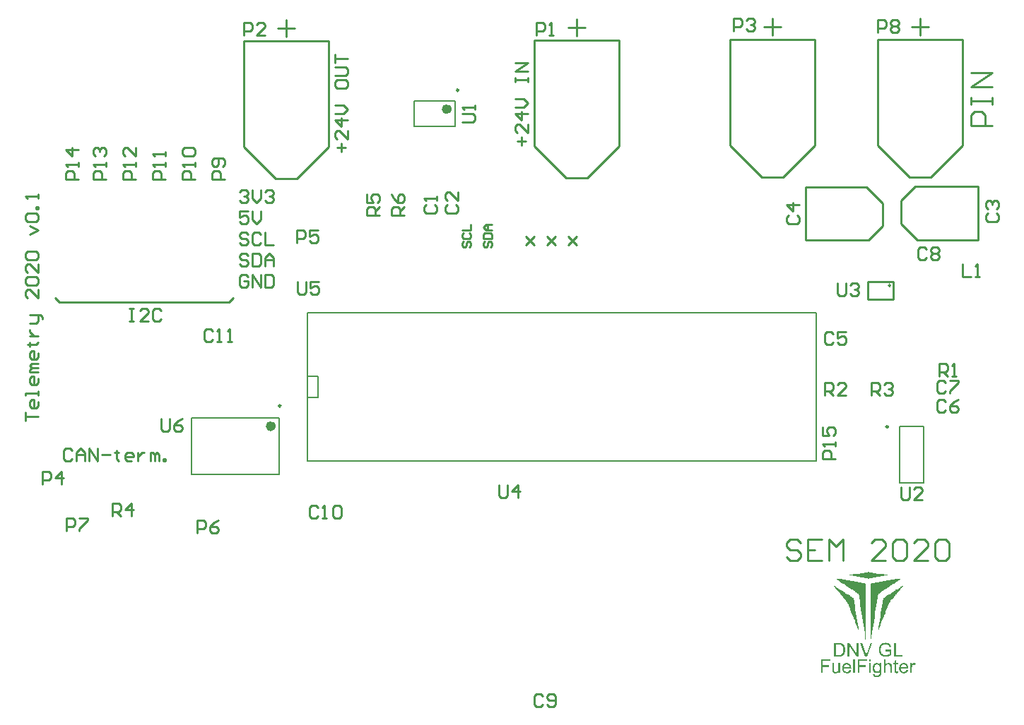
<source format=gbr>
%TF.GenerationSoftware,Altium Limited,Altium Designer,19.1.8 (144)*%
G04 Layer_Color=65535*
%FSLAX26Y26*%
%MOIN*%
%TF.FileFunction,Legend,Top*%
%TF.Part,Single*%
G01*
G75*
%TA.AperFunction,NonConductor*%
%ADD34C,0.010000*%
%ADD42C,0.009842*%
%ADD43C,0.023622*%
%ADD44C,0.007874*%
G36*
X4059082Y693986D02*
X4076618D01*
Y691063D01*
X4094155D01*
Y688140D01*
X4111691D01*
Y685218D01*
X4129227D01*
Y682295D01*
X4146763D01*
Y679372D01*
X4129227D01*
Y676449D01*
X4111691D01*
Y673527D01*
X4094155D01*
Y670604D01*
X4076618D01*
Y667681D01*
X4059082D01*
Y664759D01*
X4053237D01*
Y667681D01*
X4035700D01*
Y670604D01*
X4018164D01*
Y673527D01*
X4000628D01*
Y676449D01*
X3983091D01*
Y679372D01*
X3965555D01*
Y682295D01*
X3983091D01*
Y685218D01*
X4000628D01*
Y688140D01*
X4018164D01*
Y691063D01*
X4035700D01*
Y693986D01*
X4053237D01*
Y696909D01*
X4059082D01*
Y693986D01*
D02*
G37*
G36*
X4219831Y626763D02*
X4216908D01*
Y623841D01*
X4213986D01*
Y620918D01*
X4211063D01*
Y617995D01*
X4208140D01*
Y615072D01*
X4205218D01*
Y612150D01*
Y609227D01*
X4202295D01*
Y606304D01*
X4199372D01*
Y603382D01*
X4196449D01*
Y600459D01*
X4193527D01*
Y597536D01*
X4190604D01*
Y594614D01*
Y591691D01*
X4187681D01*
Y588768D01*
X4184759D01*
Y585845D01*
X4181836D01*
Y582923D01*
X4178913D01*
Y580000D01*
X4175990D01*
Y577077D01*
Y574154D01*
X4173068D01*
Y571232D01*
X4170145D01*
Y568309D01*
X4167222D01*
Y565386D01*
X4164300D01*
Y562464D01*
X4161377D01*
Y559541D01*
Y556618D01*
X4158454D01*
Y553696D01*
X4155532D01*
Y550773D01*
X4152609D01*
Y547850D01*
Y544927D01*
Y542005D01*
X4149686D01*
Y539082D01*
Y536159D01*
X4146763D01*
Y533236D01*
Y530314D01*
Y527391D01*
X4143841D01*
Y524468D01*
Y521546D01*
X4140918D01*
Y518623D01*
Y515700D01*
Y512778D01*
X4137995D01*
Y509855D01*
Y506932D01*
X4135073D01*
Y504009D01*
Y501087D01*
Y498164D01*
X4132150D01*
Y495241D01*
Y492318D01*
X4129227D01*
Y489396D01*
Y486473D01*
Y483550D01*
X4126304D01*
Y480628D01*
Y477705D01*
X4123382D01*
Y474782D01*
Y471860D01*
Y468937D01*
X4120459D01*
Y466014D01*
Y463091D01*
X4117536D01*
Y460169D01*
Y457246D01*
Y454323D01*
X4114614D01*
Y451401D01*
Y448478D01*
X4111691D01*
Y445555D01*
Y442632D01*
Y439710D01*
X4108768D01*
Y436787D01*
Y433864D01*
X4105845D01*
Y430942D01*
Y428019D01*
Y425096D01*
X4102923D01*
Y428019D01*
Y430942D01*
Y433864D01*
Y436787D01*
Y439710D01*
Y442632D01*
X4105845D01*
Y445555D01*
Y448478D01*
Y451401D01*
Y454323D01*
Y457246D01*
Y460169D01*
X4108768D01*
Y463091D01*
Y466014D01*
Y468937D01*
Y471860D01*
Y474782D01*
Y477705D01*
X4111691D01*
Y480628D01*
Y483550D01*
Y486473D01*
Y489396D01*
Y492318D01*
X4114614D01*
Y495241D01*
Y498164D01*
Y501087D01*
Y504009D01*
Y506932D01*
Y509855D01*
X4117536D01*
Y512778D01*
Y515700D01*
Y518623D01*
Y521546D01*
Y524468D01*
Y527391D01*
X4120459D01*
Y530314D01*
Y533236D01*
Y536159D01*
Y539082D01*
Y542005D01*
Y544927D01*
X4123382D01*
Y547850D01*
Y550773D01*
Y553696D01*
Y556618D01*
Y559541D01*
Y562464D01*
X4126304D01*
Y565386D01*
Y568309D01*
Y571232D01*
Y574154D01*
X4132150D01*
Y577077D01*
X4135073D01*
Y580000D01*
X4140918D01*
Y582923D01*
X4143841D01*
Y585845D01*
X4149686D01*
Y588768D01*
X4152609D01*
Y591691D01*
X4158454D01*
Y594614D01*
X4164300D01*
Y597536D01*
X4167222D01*
Y600459D01*
X4173068D01*
Y603382D01*
X4175990D01*
Y606304D01*
X4181836D01*
Y609227D01*
X4184759D01*
Y612150D01*
X4190604D01*
Y615072D01*
X4196449D01*
Y617995D01*
X4199372D01*
Y620918D01*
X4205218D01*
Y623841D01*
X4208140D01*
Y626763D01*
X4213986D01*
Y629686D01*
X4219831D01*
Y626763D01*
D02*
G37*
G36*
X3898333D02*
X3904178D01*
Y623841D01*
X3907101D01*
Y620918D01*
X3912946D01*
Y617995D01*
X3915869D01*
Y615072D01*
X3921714D01*
Y612150D01*
X3924637D01*
Y609227D01*
X3930483D01*
Y606304D01*
X3936328D01*
Y603382D01*
X3939251D01*
Y600459D01*
X3945096D01*
Y597536D01*
X3948019D01*
Y594614D01*
X3953864D01*
Y591691D01*
X3956787D01*
Y588768D01*
X3962632D01*
Y585845D01*
X3968478D01*
Y582923D01*
X3971401D01*
Y580000D01*
X3977246D01*
Y577077D01*
X3980169D01*
Y574154D01*
X3986014D01*
Y571232D01*
Y568309D01*
Y565386D01*
Y562464D01*
X3988937D01*
Y559541D01*
Y556618D01*
Y553696D01*
Y550773D01*
Y547850D01*
Y544927D01*
X3991860D01*
Y542005D01*
Y539082D01*
Y536159D01*
Y533236D01*
Y530314D01*
Y527391D01*
X3994782D01*
Y524468D01*
Y521546D01*
Y518623D01*
Y515700D01*
Y512778D01*
Y509855D01*
X3997705D01*
Y506932D01*
Y504009D01*
Y501087D01*
Y498164D01*
Y495241D01*
Y492318D01*
X4000628D01*
Y489396D01*
Y486473D01*
Y483550D01*
Y480628D01*
Y477705D01*
Y474782D01*
X4003550D01*
Y471860D01*
Y468937D01*
Y466014D01*
Y463091D01*
Y460169D01*
Y457246D01*
X4006473D01*
Y454323D01*
Y451401D01*
Y448478D01*
Y445555D01*
Y442632D01*
Y439710D01*
X4009396D01*
Y436787D01*
Y433864D01*
Y430942D01*
Y428019D01*
Y425096D01*
X4006473D01*
Y428019D01*
Y430942D01*
X4003550D01*
Y433864D01*
Y436787D01*
Y439710D01*
X4000628D01*
Y442632D01*
Y445555D01*
X3997705D01*
Y448478D01*
Y451401D01*
Y454323D01*
X3994782D01*
Y457246D01*
Y460169D01*
X3991860D01*
Y463091D01*
Y466014D01*
Y468937D01*
X3988937D01*
Y471860D01*
Y474782D01*
X3986014D01*
Y477705D01*
Y480628D01*
Y483550D01*
X3983091D01*
Y486473D01*
Y489396D01*
X3980169D01*
Y492318D01*
Y495241D01*
Y498164D01*
X3977246D01*
Y501087D01*
Y504009D01*
X3974323D01*
Y506932D01*
Y509855D01*
Y512778D01*
X3971401D01*
Y515700D01*
Y518623D01*
X3968478D01*
Y521546D01*
Y524468D01*
Y527391D01*
X3965555D01*
Y530314D01*
Y533236D01*
X3962632D01*
Y536159D01*
Y539082D01*
Y542005D01*
X3959710D01*
Y544927D01*
Y547850D01*
X3956787D01*
Y550773D01*
Y553696D01*
X3953864D01*
Y556618D01*
X3950941D01*
Y559541D01*
Y562464D01*
X3948019D01*
Y565386D01*
X3945096D01*
Y568309D01*
X3942173D01*
Y571232D01*
X3939251D01*
Y574154D01*
X3936328D01*
Y577077D01*
Y580000D01*
X3933405D01*
Y582923D01*
X3930483D01*
Y585845D01*
X3927560D01*
Y588768D01*
X3924637D01*
Y591691D01*
X3921714D01*
Y594614D01*
Y597536D01*
X3918792D01*
Y600459D01*
X3915869D01*
Y603382D01*
X3912946D01*
Y606304D01*
X3910023D01*
Y609227D01*
X3907101D01*
Y612150D01*
Y615072D01*
X3904178D01*
Y617995D01*
X3901255D01*
Y620918D01*
X3898333D01*
Y623841D01*
X3895410D01*
Y626763D01*
X3892487D01*
Y629686D01*
X3898333D01*
Y626763D01*
D02*
G37*
G36*
X4211063Y661836D02*
X4205218D01*
Y658913D01*
X4202295D01*
Y655990D01*
X4196449D01*
Y653068D01*
X4193527D01*
Y650145D01*
X4187681D01*
Y647222D01*
X4184759D01*
Y644300D01*
X4178913D01*
Y641377D01*
X4175990D01*
Y638454D01*
X4170145D01*
Y635532D01*
X4167222D01*
Y632609D01*
X4161377D01*
Y629686D01*
X4155532D01*
Y626763D01*
X4152609D01*
Y623841D01*
X4146763D01*
Y620918D01*
X4143841D01*
Y617995D01*
X4137995D01*
Y615072D01*
X4135073D01*
Y612150D01*
X4129227D01*
Y609227D01*
X4126304D01*
Y606304D01*
X4120459D01*
Y603382D01*
X4117536D01*
Y600459D01*
X4111691D01*
Y597536D01*
X4108768D01*
Y594614D01*
X4102923D01*
Y591691D01*
Y588768D01*
Y585845D01*
X4100000D01*
Y582923D01*
Y580000D01*
Y577077D01*
Y574154D01*
Y571232D01*
Y568309D01*
X4097077D01*
Y565386D01*
Y562464D01*
Y559541D01*
Y556618D01*
Y553696D01*
Y550773D01*
Y547850D01*
X4094155D01*
Y544927D01*
Y542005D01*
Y539082D01*
Y536159D01*
Y533236D01*
Y530314D01*
X4091232D01*
Y527391D01*
Y524468D01*
Y521546D01*
Y518623D01*
Y515700D01*
Y512778D01*
X4088309D01*
Y509855D01*
Y506932D01*
Y504009D01*
Y501087D01*
Y498164D01*
Y495241D01*
Y492318D01*
X4085386D01*
Y489396D01*
Y486473D01*
Y483550D01*
Y480628D01*
Y477705D01*
Y474782D01*
X4082464D01*
Y471860D01*
Y468937D01*
Y466014D01*
Y463091D01*
Y460169D01*
Y457246D01*
Y454323D01*
X4079541D01*
Y451401D01*
Y448478D01*
Y445555D01*
Y442632D01*
Y439710D01*
Y436787D01*
X4076618D01*
Y433864D01*
Y430942D01*
Y428019D01*
Y425096D01*
Y422173D01*
Y419251D01*
X4073696D01*
Y416328D01*
Y413405D01*
Y410483D01*
Y407560D01*
Y404637D01*
Y401714D01*
Y398792D01*
X4070773D01*
Y395869D01*
Y392946D01*
Y390024D01*
Y387101D01*
Y384178D01*
Y381255D01*
X4067850D01*
Y384178D01*
Y387101D01*
Y390024D01*
Y392946D01*
Y395869D01*
Y398792D01*
Y401714D01*
Y404637D01*
Y407560D01*
Y410483D01*
Y413405D01*
Y416328D01*
Y419251D01*
Y422173D01*
Y425096D01*
Y428019D01*
Y430942D01*
Y433864D01*
Y436787D01*
Y439710D01*
Y442632D01*
Y445555D01*
Y448478D01*
Y451401D01*
Y454323D01*
Y457246D01*
Y460169D01*
Y463091D01*
Y466014D01*
Y468937D01*
Y471860D01*
Y474782D01*
Y477705D01*
Y480628D01*
Y483550D01*
Y486473D01*
Y489396D01*
Y492318D01*
Y495241D01*
Y498164D01*
Y501087D01*
Y504009D01*
Y506932D01*
Y509855D01*
Y512778D01*
Y515700D01*
Y518623D01*
Y521546D01*
Y524468D01*
Y527391D01*
Y530314D01*
Y533236D01*
Y536159D01*
Y539082D01*
Y542005D01*
Y544927D01*
Y547850D01*
Y550773D01*
Y553696D01*
Y556618D01*
Y559541D01*
Y562464D01*
Y565386D01*
Y568309D01*
Y571232D01*
Y574154D01*
Y577077D01*
Y580000D01*
Y582923D01*
Y585845D01*
Y588768D01*
Y591691D01*
Y594614D01*
Y597536D01*
Y600459D01*
Y603382D01*
Y606304D01*
Y609227D01*
Y612150D01*
Y615072D01*
Y617995D01*
Y620918D01*
Y623841D01*
Y626763D01*
Y629686D01*
Y632609D01*
Y635532D01*
Y638454D01*
Y641377D01*
X4070773D01*
Y644300D01*
X4088309D01*
Y647222D01*
X4105845D01*
Y650145D01*
X4123382D01*
Y653068D01*
X4140918D01*
Y655990D01*
X4158454D01*
Y658913D01*
X4178913D01*
Y661836D01*
X4196449D01*
Y664759D01*
X4211063D01*
Y661836D01*
D02*
G37*
G36*
X3915869D02*
X3933405D01*
Y658913D01*
X3950941D01*
Y655990D01*
X3971401D01*
Y653068D01*
X3988937D01*
Y650145D01*
X4006473D01*
Y647222D01*
X4024009D01*
Y644300D01*
X4041546D01*
Y641377D01*
X4044468D01*
Y638454D01*
Y635532D01*
Y632609D01*
Y629686D01*
Y626763D01*
Y623841D01*
Y620918D01*
Y617995D01*
Y615072D01*
Y612150D01*
Y609227D01*
Y606304D01*
Y603382D01*
Y600459D01*
Y597536D01*
Y594614D01*
Y591691D01*
Y588768D01*
Y585845D01*
Y582923D01*
Y580000D01*
Y577077D01*
Y574154D01*
Y571232D01*
Y568309D01*
Y565386D01*
Y562464D01*
Y559541D01*
Y556618D01*
Y553696D01*
Y550773D01*
Y547850D01*
Y544927D01*
Y542005D01*
Y539082D01*
Y536159D01*
Y533236D01*
Y530314D01*
Y527391D01*
Y524468D01*
Y521546D01*
Y518623D01*
Y515700D01*
Y512778D01*
Y509855D01*
Y506932D01*
Y504009D01*
Y501087D01*
Y498164D01*
Y495241D01*
Y492318D01*
Y489396D01*
Y486473D01*
Y483550D01*
Y480628D01*
Y477705D01*
Y474782D01*
Y471860D01*
Y468937D01*
Y466014D01*
Y463091D01*
Y460169D01*
Y457246D01*
Y454323D01*
Y451401D01*
Y448478D01*
Y445555D01*
Y442632D01*
Y439710D01*
Y436787D01*
Y433864D01*
Y430942D01*
Y428019D01*
Y425096D01*
Y422173D01*
Y419251D01*
Y416328D01*
Y413405D01*
Y410483D01*
Y407560D01*
Y404637D01*
Y401714D01*
Y398792D01*
Y395869D01*
Y392946D01*
Y390024D01*
Y387101D01*
Y384178D01*
Y381255D01*
Y378333D01*
X4041546D01*
Y381255D01*
Y384178D01*
Y387101D01*
Y390024D01*
Y392946D01*
Y395869D01*
Y398792D01*
X4038623D01*
Y401714D01*
Y404637D01*
Y407560D01*
Y410483D01*
Y413405D01*
Y416328D01*
X4035700D01*
Y419251D01*
Y422173D01*
Y425096D01*
Y428019D01*
Y430942D01*
Y433864D01*
Y436787D01*
X4032778D01*
Y439710D01*
Y442632D01*
Y445555D01*
Y448478D01*
Y451401D01*
Y454323D01*
X4029855D01*
Y457246D01*
Y460169D01*
Y463091D01*
Y466014D01*
Y468937D01*
Y471860D01*
X4026932D01*
Y474782D01*
Y477705D01*
Y480628D01*
Y483550D01*
Y486473D01*
Y489396D01*
Y492318D01*
X4024009D01*
Y495241D01*
Y498164D01*
Y501087D01*
Y504009D01*
Y506932D01*
Y509855D01*
X4021087D01*
Y512778D01*
Y515700D01*
Y518623D01*
Y521546D01*
Y524468D01*
Y527391D01*
Y530314D01*
X4018164D01*
Y533236D01*
Y536159D01*
Y539082D01*
Y542005D01*
Y544927D01*
Y547850D01*
X4015241D01*
Y550773D01*
Y553696D01*
Y556618D01*
Y559541D01*
Y562464D01*
Y565386D01*
X4012318D01*
Y568309D01*
Y571232D01*
Y574154D01*
Y577077D01*
Y580000D01*
Y582923D01*
Y585845D01*
X4009396D01*
Y588768D01*
Y591691D01*
Y594614D01*
X4003550D01*
Y597536D01*
X4000628D01*
Y600459D01*
X3994782D01*
Y603382D01*
X3991860D01*
Y606304D01*
X3986014D01*
Y609227D01*
X3983091D01*
Y612150D01*
X3977246D01*
Y615072D01*
X3974323D01*
Y617995D01*
X3968478D01*
Y620918D01*
X3962632D01*
Y623841D01*
X3959710D01*
Y626763D01*
X3953864D01*
Y629686D01*
X3950941D01*
Y632609D01*
X3945096D01*
Y635532D01*
X3942173D01*
Y638454D01*
X3936328D01*
Y641377D01*
X3933405D01*
Y644300D01*
X3927560D01*
Y647222D01*
X3924637D01*
Y650145D01*
X3918792D01*
Y653068D01*
X3915869D01*
Y655990D01*
X3910023D01*
Y658913D01*
X3907101D01*
Y661836D01*
X3901255D01*
Y664759D01*
X3915869D01*
Y661836D01*
D02*
G37*
G36*
X4139034Y361727D02*
X4139774D01*
X4141532Y361542D01*
X4143474Y361264D01*
X4145509Y360802D01*
X4147729Y360247D01*
X4149857Y359507D01*
X4149949D01*
X4150134Y359414D01*
X4150412Y359322D01*
X4150782Y359137D01*
X4151799Y358582D01*
X4153094Y357935D01*
X4154482Y357010D01*
X4155962Y355899D01*
X4157349Y354697D01*
X4158644Y353217D01*
X4158829Y353032D01*
X4159199Y352477D01*
X4159754Y351644D01*
X4160494Y350442D01*
X4161234Y348962D01*
X4162067Y347112D01*
X4162899Y345077D01*
X4163547Y342764D01*
X4155869Y340729D01*
Y340822D01*
X4155777Y340914D01*
X4155684Y341192D01*
X4155592Y341562D01*
X4155314Y342394D01*
X4154944Y343505D01*
X4154389Y344800D01*
X4153742Y346002D01*
X4153094Y347297D01*
X4152262Y348407D01*
X4152169Y348500D01*
X4151892Y348870D01*
X4151337Y349332D01*
X4150689Y349979D01*
X4149857Y350719D01*
X4148747Y351459D01*
X4147544Y352200D01*
X4146157Y352847D01*
X4145972Y352940D01*
X4145509Y353125D01*
X4144677Y353402D01*
X4143567Y353772D01*
X4142272Y354050D01*
X4140792Y354327D01*
X4139127Y354512D01*
X4137369Y354604D01*
X4136352D01*
X4135889Y354512D01*
X4135334D01*
X4133947Y354420D01*
X4132374Y354142D01*
X4130617Y353865D01*
X4128952Y353402D01*
X4127287Y352755D01*
X4127102Y352662D01*
X4126547Y352477D01*
X4125807Y352014D01*
X4124882Y351552D01*
X4123772Y350812D01*
X4122569Y350072D01*
X4121459Y349147D01*
X4120442Y348130D01*
X4120349Y348037D01*
X4119979Y347667D01*
X4119517Y347019D01*
X4118962Y346279D01*
X4118314Y345354D01*
X4117667Y344245D01*
X4117019Y343042D01*
X4116372Y341747D01*
Y341654D01*
X4116279Y341469D01*
X4116187Y341192D01*
X4116002Y340729D01*
X4115817Y340175D01*
X4115632Y339527D01*
X4115354Y338787D01*
X4115169Y337954D01*
X4114707Y336012D01*
X4114337Y333792D01*
X4114059Y331479D01*
X4113967Y328889D01*
Y328797D01*
Y328519D01*
Y328057D01*
X4114059Y327502D01*
Y326762D01*
X4114152Y325837D01*
X4114244Y324912D01*
X4114337Y323894D01*
X4114707Y321582D01*
X4115169Y319177D01*
X4115909Y316772D01*
X4116834Y314459D01*
Y314367D01*
X4117019Y314182D01*
X4117112Y313904D01*
X4117389Y313534D01*
X4118037Y312517D01*
X4119054Y311222D01*
X4120257Y309834D01*
X4121737Y308447D01*
X4123494Y307152D01*
X4125437Y305950D01*
X4125529D01*
X4125714Y305857D01*
X4125992Y305672D01*
X4126454Y305487D01*
X4126917Y305302D01*
X4127564Y305117D01*
X4129044Y304562D01*
X4130894Y304099D01*
X4132929Y303637D01*
X4135149Y303267D01*
X4137462Y303175D01*
X4138387D01*
X4138942Y303267D01*
X4139497D01*
X4140884Y303452D01*
X4142549Y303637D01*
X4144307Y304007D01*
X4146249Y304562D01*
X4148192Y305209D01*
X4148284D01*
X4148469Y305302D01*
X4148654Y305394D01*
X4149024Y305579D01*
X4150042Y306042D01*
X4151152Y306597D01*
X4152447Y307245D01*
X4153834Y307985D01*
X4155129Y308817D01*
X4156239Y309742D01*
Y321767D01*
X4137369D01*
Y329352D01*
X4164564D01*
Y305579D01*
X4164472Y305487D01*
X4164287Y305394D01*
X4163917Y305117D01*
X4163454Y304747D01*
X4162899Y304377D01*
X4162252Y303914D01*
X4161419Y303360D01*
X4160587Y302805D01*
X4158644Y301602D01*
X4156424Y300307D01*
X4154112Y299104D01*
X4151614Y298087D01*
X4151522D01*
X4151337Y297995D01*
X4150967Y297902D01*
X4150504Y297717D01*
X4149857Y297532D01*
X4149117Y297255D01*
X4148284Y297070D01*
X4147452Y296885D01*
X4145417Y296422D01*
X4143104Y295959D01*
X4140607Y295682D01*
X4138017Y295589D01*
X4137092D01*
X4136444Y295682D01*
X4135612D01*
X4134594Y295774D01*
X4133484Y295959D01*
X4132282Y296052D01*
X4129599Y296607D01*
X4126732Y297255D01*
X4123772Y298272D01*
X4122292Y298827D01*
X4120812Y299567D01*
X4120719Y299659D01*
X4120442Y299752D01*
X4120072Y300029D01*
X4119517Y300307D01*
X4118869Y300769D01*
X4118222Y301232D01*
X4116464Y302527D01*
X4114614Y304192D01*
X4112672Y306227D01*
X4110822Y308539D01*
X4109157Y311222D01*
Y311315D01*
X4108972Y311592D01*
X4108787Y311962D01*
X4108509Y312610D01*
X4108232Y313257D01*
X4107954Y314182D01*
X4107584Y315107D01*
X4107214Y316217D01*
X4106844Y317420D01*
X4106474Y318807D01*
X4106197Y320195D01*
X4105919Y321675D01*
X4105457Y324912D01*
X4105272Y328334D01*
Y328427D01*
Y328797D01*
Y329260D01*
X4105364Y329907D01*
Y330740D01*
X4105457Y331757D01*
X4105642Y332774D01*
X4105734Y333977D01*
X4106012Y335272D01*
X4106197Y336659D01*
X4106937Y339620D01*
X4107862Y342672D01*
X4109157Y345724D01*
X4109249Y345817D01*
X4109342Y346094D01*
X4109527Y346464D01*
X4109897Y347019D01*
X4110267Y347760D01*
X4110729Y348500D01*
X4112024Y350257D01*
X4113597Y352292D01*
X4115539Y354235D01*
X4117759Y356177D01*
X4119054Y357010D01*
X4120349Y357842D01*
X4120442Y357935D01*
X4120719Y358027D01*
X4121089Y358212D01*
X4121644Y358490D01*
X4122384Y358767D01*
X4123217Y359137D01*
X4124142Y359507D01*
X4125252Y359877D01*
X4126454Y360247D01*
X4127749Y360524D01*
X4129137Y360894D01*
X4130617Y361172D01*
X4133854Y361635D01*
X4135519Y361820D01*
X4138479D01*
X4139034Y361727D01*
D02*
G37*
G36*
X4008702Y296700D02*
X3999914D01*
X3966429Y346927D01*
Y296700D01*
X3958289D01*
Y360709D01*
X3966984D01*
X4000562Y310389D01*
Y360709D01*
X4008702D01*
Y296700D01*
D02*
G37*
G36*
X4049957D02*
X4041077D01*
X4016287Y360709D01*
X4025537D01*
X4042187Y314182D01*
Y314089D01*
X4042279Y313904D01*
X4042372Y313627D01*
X4042557Y313257D01*
X4042649Y312702D01*
X4042834Y312147D01*
X4043297Y310760D01*
X4043852Y309187D01*
X4044407Y307430D01*
X4045517Y303729D01*
Y303822D01*
X4045609Y304007D01*
X4045702Y304284D01*
X4045794Y304654D01*
X4046072Y305672D01*
X4046534Y307060D01*
X4046997Y308632D01*
X4047552Y310389D01*
X4048199Y312240D01*
X4048939Y314182D01*
X4066329Y360709D01*
X4074932D01*
X4049957Y296700D01*
D02*
G37*
G36*
X4185192Y304284D02*
X4216734D01*
Y296700D01*
X4176682D01*
Y360709D01*
X4185192D01*
Y304284D01*
D02*
G37*
G36*
X3920087Y360617D02*
X3921937Y360524D01*
X3923787Y360339D01*
X3925637Y360062D01*
X3927209Y359784D01*
X3927302D01*
X3927487Y359692D01*
X3927764D01*
X3928134Y359507D01*
X3929152Y359229D01*
X3930447Y358767D01*
X3931927Y358120D01*
X3933499Y357287D01*
X3935072Y356362D01*
X3936552Y355159D01*
X3936644Y355067D01*
X3936737Y354974D01*
X3937014Y354697D01*
X3937384Y354420D01*
X3938309Y353495D01*
X3939419Y352200D01*
X3940622Y350627D01*
X3941917Y348777D01*
X3943119Y346649D01*
X3944137Y344245D01*
Y344152D01*
X3944229Y343967D01*
X3944414Y343597D01*
X3944507Y343042D01*
X3944784Y342394D01*
X3944969Y341654D01*
X3945154Y340822D01*
X3945432Y339805D01*
X3945709Y338787D01*
X3945894Y337584D01*
X3946357Y334995D01*
X3946634Y332127D01*
X3946727Y328982D01*
Y328889D01*
Y328704D01*
Y328242D01*
Y327779D01*
X3946634Y327132D01*
Y326392D01*
X3946542Y324635D01*
X3946264Y322599D01*
X3945987Y320472D01*
X3945524Y318252D01*
X3944969Y316032D01*
Y315940D01*
X3944877Y315755D01*
X3944784Y315477D01*
X3944692Y315107D01*
X3944322Y314089D01*
X3943767Y312795D01*
X3943212Y311315D01*
X3942472Y309834D01*
X3941547Y308262D01*
X3940622Y306782D01*
X3940529Y306597D01*
X3940159Y306135D01*
X3939604Y305487D01*
X3938864Y304654D01*
X3938032Y303729D01*
X3937014Y302805D01*
X3935997Y301787D01*
X3934794Y300954D01*
X3934609Y300862D01*
X3934239Y300584D01*
X3933592Y300214D01*
X3932667Y299752D01*
X3931557Y299197D01*
X3930262Y298735D01*
X3928782Y298180D01*
X3927117Y297717D01*
X3926932D01*
X3926654Y297625D01*
X3926377Y297532D01*
X3925452Y297440D01*
X3924157Y297255D01*
X3922677Y297070D01*
X3920919Y296885D01*
X3918977Y296792D01*
X3916849Y296700D01*
X3893817D01*
Y360709D01*
X3918422D01*
X3920087Y360617D01*
D02*
G37*
G36*
X4067254Y273815D02*
X4059392D01*
Y282788D01*
X4067254D01*
Y273815D01*
D02*
G37*
G36*
X4271957Y266137D02*
X4272974Y265952D01*
X4274177Y265582D01*
X4275472Y265120D01*
X4276952Y264473D01*
X4278524Y263640D01*
X4275657Y256425D01*
X4275564Y256517D01*
X4275194Y256702D01*
X4274639Y256980D01*
X4273899Y257257D01*
X4273067Y257535D01*
X4272049Y257812D01*
X4271032Y257998D01*
X4270014Y258090D01*
X4269552D01*
X4269089Y257998D01*
X4268442Y257905D01*
X4267794Y257720D01*
X4266962Y257442D01*
X4266129Y257072D01*
X4265389Y256517D01*
X4265297Y256425D01*
X4265019Y256240D01*
X4264742Y255870D01*
X4264279Y255407D01*
X4263817Y254760D01*
X4263354Y254020D01*
X4262892Y253188D01*
X4262522Y252170D01*
X4262429Y251985D01*
X4262337Y251430D01*
X4262152Y250597D01*
X4261874Y249488D01*
X4261597Y248100D01*
X4261412Y246528D01*
X4261319Y244863D01*
X4261227Y243012D01*
Y218778D01*
X4253364D01*
Y265212D01*
X4260487D01*
Y258183D01*
X4260579Y258275D01*
X4260949Y258923D01*
X4261412Y259755D01*
X4262152Y260772D01*
X4262892Y261790D01*
X4263724Y262900D01*
X4264557Y263825D01*
X4265389Y264565D01*
X4265482Y264658D01*
X4265759Y264842D01*
X4266314Y265120D01*
X4266869Y265397D01*
X4267609Y265675D01*
X4268534Y265952D01*
X4269459Y266137D01*
X4270477Y266230D01*
X4271124D01*
X4271957Y266137D01*
D02*
G37*
G36*
X3922769Y218778D02*
X3915739D01*
Y225530D01*
X3915647Y225438D01*
X3915462Y225160D01*
X3915184Y224790D01*
X3914722Y224327D01*
X3914167Y223773D01*
X3913519Y223032D01*
X3912779Y222385D01*
X3911854Y221645D01*
X3910837Y220905D01*
X3909727Y220257D01*
X3908524Y219610D01*
X3907229Y218963D01*
X3905749Y218500D01*
X3904269Y218130D01*
X3902604Y217852D01*
X3900939Y217760D01*
X3900292D01*
X3899459Y217852D01*
X3898442Y217945D01*
X3897239Y218130D01*
X3895944Y218407D01*
X3894649Y218778D01*
X3893262Y219333D01*
X3893077Y219425D01*
X3892707Y219610D01*
X3892059Y219980D01*
X3891319Y220442D01*
X3890394Y220998D01*
X3889562Y221645D01*
X3888729Y222385D01*
X3887989Y223218D01*
X3887897Y223310D01*
X3887712Y223680D01*
X3887434Y224143D01*
X3887064Y224882D01*
X3886602Y225715D01*
X3886232Y226732D01*
X3885862Y227843D01*
X3885584Y229045D01*
Y229137D01*
X3885492Y229507D01*
X3885399Y230062D01*
Y230803D01*
X3885307Y231912D01*
X3885214Y233115D01*
X3885122Y234688D01*
Y236445D01*
Y265212D01*
X3892984D01*
Y239405D01*
Y239312D01*
Y239127D01*
Y238850D01*
Y238387D01*
Y237370D01*
X3893077Y236075D01*
Y234688D01*
X3893169Y233300D01*
X3893262Y232097D01*
X3893447Y231080D01*
Y230988D01*
X3893632Y230618D01*
X3893817Y230062D01*
X3894094Y229322D01*
X3894557Y228583D01*
X3895112Y227750D01*
X3895759Y227010D01*
X3896592Y226270D01*
X3896684Y226178D01*
X3897054Y225993D01*
X3897517Y225715D01*
X3898257Y225438D01*
X3899089Y225067D01*
X3900107Y224790D01*
X3901217Y224605D01*
X3902512Y224512D01*
X3903159D01*
X3903807Y224605D01*
X3904639Y224697D01*
X3905657Y224975D01*
X3906767Y225252D01*
X3907969Y225715D01*
X3909172Y226270D01*
X3909357Y226363D01*
X3909727Y226640D01*
X3910282Y227010D01*
X3910929Y227565D01*
X3911669Y228305D01*
X3912409Y229137D01*
X3913057Y230062D01*
X3913612Y231173D01*
X3913704Y231357D01*
X3913797Y231727D01*
X3913982Y232468D01*
X3914259Y233485D01*
X3914537Y234780D01*
X3914722Y236352D01*
X3914814Y238202D01*
X3914907Y240330D01*
Y265212D01*
X3922769D01*
Y218778D01*
D02*
G37*
G36*
X4136907Y259848D02*
X4136999Y259940D01*
X4137184Y260125D01*
X4137462Y260402D01*
X4137924Y260865D01*
X4138387Y261327D01*
X4139034Y261882D01*
X4139867Y262438D01*
X4140699Y263085D01*
X4141624Y263640D01*
X4142642Y264195D01*
X4145047Y265212D01*
X4146342Y265675D01*
X4147729Y265952D01*
X4149209Y266137D01*
X4150689Y266230D01*
X4151522D01*
X4152539Y266137D01*
X4153742Y265952D01*
X4155129Y265767D01*
X4156609Y265397D01*
X4158089Y264842D01*
X4159569Y264195D01*
X4159754Y264103D01*
X4160217Y263825D01*
X4160864Y263363D01*
X4161697Y262715D01*
X4162529Y261882D01*
X4163454Y260957D01*
X4164287Y259848D01*
X4165027Y258553D01*
X4165119Y258368D01*
X4165304Y257905D01*
X4165582Y257072D01*
X4165859Y255870D01*
X4166137Y254390D01*
X4166414Y252632D01*
X4166599Y250505D01*
X4166692Y248100D01*
Y218778D01*
X4158829D01*
Y248192D01*
Y248285D01*
Y248470D01*
Y248748D01*
Y249118D01*
X4158737Y250135D01*
X4158552Y251430D01*
X4158182Y252817D01*
X4157719Y254205D01*
X4157072Y255593D01*
X4156239Y256702D01*
X4156147Y256795D01*
X4155777Y257165D01*
X4155222Y257627D01*
X4154389Y258090D01*
X4153372Y258645D01*
X4152169Y259015D01*
X4150689Y259385D01*
X4149024Y259478D01*
X4148469D01*
X4147822Y259385D01*
X4146897Y259293D01*
X4145972Y259015D01*
X4144862Y258738D01*
X4143752Y258275D01*
X4142549Y257627D01*
X4142457Y257535D01*
X4142087Y257257D01*
X4141532Y256887D01*
X4140884Y256332D01*
X4140144Y255593D01*
X4139404Y254760D01*
X4138757Y253743D01*
X4138202Y252632D01*
X4138109Y252447D01*
X4138017Y252077D01*
X4137832Y251338D01*
X4137554Y250412D01*
X4137277Y249210D01*
X4137092Y247730D01*
X4136999Y246065D01*
X4136907Y244123D01*
Y218778D01*
X4129044D01*
Y282788D01*
X4136907D01*
Y259848D01*
D02*
G37*
G36*
X4067254Y218778D02*
X4059392D01*
Y265212D01*
X4067254D01*
Y218778D01*
D02*
G37*
G36*
X4049402Y275202D02*
X4014622D01*
Y255407D01*
X4044684D01*
Y247822D01*
X4014622D01*
Y218778D01*
X4006112D01*
Y282788D01*
X4049402D01*
Y275202D01*
D02*
G37*
G36*
X3992514Y218778D02*
X3984652D01*
Y282788D01*
X3992514D01*
Y218778D01*
D02*
G37*
G36*
X3875317Y275202D02*
X3840537D01*
Y255407D01*
X3870599D01*
Y247822D01*
X3840537D01*
Y218778D01*
X3832027D01*
Y282788D01*
X3875317D01*
Y275202D01*
D02*
G37*
G36*
X4187967Y265212D02*
X4195922D01*
Y259108D01*
X4187967D01*
Y231820D01*
Y231635D01*
Y231265D01*
Y230710D01*
X4188059Y230062D01*
X4188152Y228583D01*
X4188244Y227935D01*
X4188337Y227472D01*
X4188429Y227287D01*
X4188707Y226917D01*
X4189077Y226455D01*
X4189724Y225993D01*
X4189909Y225900D01*
X4190372Y225715D01*
X4191204Y225530D01*
X4192407Y225438D01*
X4193332D01*
X4193794Y225530D01*
X4194442D01*
X4195182Y225623D01*
X4195922Y225715D01*
X4196939Y218778D01*
X4196754D01*
X4196384Y218685D01*
X4195737Y218593D01*
X4194904Y218500D01*
X4193979Y218315D01*
X4192962Y218222D01*
X4190927Y218130D01*
X4190187D01*
X4189447Y218222D01*
X4188522Y218315D01*
X4187412Y218407D01*
X4186302Y218685D01*
X4185284Y218963D01*
X4184267Y219425D01*
X4184174Y219518D01*
X4183897Y219702D01*
X4183527Y219980D01*
X4182972Y220442D01*
X4182509Y220905D01*
X4181954Y221553D01*
X4181399Y222200D01*
X4181029Y223032D01*
Y223125D01*
X4180844Y223495D01*
X4180752Y224143D01*
X4180567Y225067D01*
X4180382Y226270D01*
X4180289Y227010D01*
Y227843D01*
X4180197Y228860D01*
X4180104Y229877D01*
Y230988D01*
Y232282D01*
Y259108D01*
X4174277D01*
Y265212D01*
X4180104D01*
Y276683D01*
X4187967Y281400D01*
Y265212D01*
D02*
G37*
G36*
X4224227Y266137D02*
X4224967Y266045D01*
X4225892Y265860D01*
X4226909Y265675D01*
X4228112Y265397D01*
X4229222Y265120D01*
X4230517Y264658D01*
X4231719Y264195D01*
X4233014Y263548D01*
X4234309Y262808D01*
X4235604Y261975D01*
X4236807Y260957D01*
X4237917Y259848D01*
X4238009Y259755D01*
X4238194Y259570D01*
X4238472Y259200D01*
X4238842Y258645D01*
X4239304Y257998D01*
X4239767Y257257D01*
X4240322Y256332D01*
X4240877Y255222D01*
X4241432Y254020D01*
X4241987Y252725D01*
X4242449Y251245D01*
X4242912Y249673D01*
X4243282Y247915D01*
X4243559Y246065D01*
X4243744Y244123D01*
X4243837Y241995D01*
Y241903D01*
Y241532D01*
Y240885D01*
X4243744Y239960D01*
X4209057D01*
Y239868D01*
Y239590D01*
X4209149Y239220D01*
Y238665D01*
X4209242Y238018D01*
X4209427Y237278D01*
X4209704Y235613D01*
X4210259Y233762D01*
X4210999Y231727D01*
X4212017Y229877D01*
X4213312Y228213D01*
X4213404D01*
X4213497Y228028D01*
X4214052Y227565D01*
X4214884Y226917D01*
X4215994Y226270D01*
X4217474Y225530D01*
X4219139Y224882D01*
X4220989Y224420D01*
X4222007Y224327D01*
X4223117Y224235D01*
X4223857D01*
X4224689Y224327D01*
X4225707Y224512D01*
X4226817Y224790D01*
X4228112Y225160D01*
X4229314Y225715D01*
X4230517Y226455D01*
X4230609Y226548D01*
X4231072Y226917D01*
X4231627Y227472D01*
X4232274Y228213D01*
X4233014Y229230D01*
X4233847Y230525D01*
X4234679Y232005D01*
X4235419Y233762D01*
X4243559Y232745D01*
Y232653D01*
X4243467Y232468D01*
X4243374Y232097D01*
X4243189Y231542D01*
X4242912Y230988D01*
X4242634Y230248D01*
X4241894Y228675D01*
X4240969Y226917D01*
X4239674Y225067D01*
X4238194Y223310D01*
X4236344Y221645D01*
X4236252D01*
X4236067Y221460D01*
X4235789Y221275D01*
X4235419Y220998D01*
X4234864Y220720D01*
X4234309Y220442D01*
X4233569Y220072D01*
X4232737Y219702D01*
X4231812Y219333D01*
X4230887Y218963D01*
X4228574Y218407D01*
X4225984Y217945D01*
X4223117Y217760D01*
X4222099D01*
X4221452Y217852D01*
X4220619Y217945D01*
X4219602Y218130D01*
X4218492Y218315D01*
X4217289Y218500D01*
X4214699Y219240D01*
X4213312Y219795D01*
X4212017Y220350D01*
X4210629Y221090D01*
X4209334Y221923D01*
X4208132Y222847D01*
X4206929Y223958D01*
X4206837Y224050D01*
X4206652Y224235D01*
X4206374Y224605D01*
X4206004Y225160D01*
X4205542Y225808D01*
X4205079Y226548D01*
X4204524Y227472D01*
X4203969Y228490D01*
X4203414Y229692D01*
X4202859Y230988D01*
X4202397Y232468D01*
X4201934Y234040D01*
X4201564Y235705D01*
X4201287Y237555D01*
X4201102Y239498D01*
X4201009Y241532D01*
Y241625D01*
Y242088D01*
Y242643D01*
X4201102Y243475D01*
X4201194Y244493D01*
X4201287Y245602D01*
X4201472Y246898D01*
X4201749Y248192D01*
X4202489Y251153D01*
X4202952Y252632D01*
X4203507Y254205D01*
X4204247Y255685D01*
X4205079Y257072D01*
X4206004Y258460D01*
X4207022Y259755D01*
X4207114Y259848D01*
X4207299Y260033D01*
X4207669Y260310D01*
X4208132Y260772D01*
X4208687Y261235D01*
X4209427Y261790D01*
X4210259Y262438D01*
X4211277Y262993D01*
X4212294Y263640D01*
X4213497Y264195D01*
X4214792Y264750D01*
X4216179Y265212D01*
X4217659Y265675D01*
X4219232Y265952D01*
X4220897Y266137D01*
X4222654Y266230D01*
X4223579D01*
X4224227Y266137D01*
D02*
G37*
G36*
X3955607D02*
X3956347Y266045D01*
X3957272Y265860D01*
X3958289Y265675D01*
X3959492Y265397D01*
X3960602Y265120D01*
X3961897Y264658D01*
X3963099Y264195D01*
X3964394Y263548D01*
X3965689Y262808D01*
X3966984Y261975D01*
X3968187Y260957D01*
X3969297Y259848D01*
X3969389Y259755D01*
X3969574Y259570D01*
X3969852Y259200D01*
X3970222Y258645D01*
X3970684Y257998D01*
X3971147Y257257D01*
X3971702Y256332D01*
X3972257Y255222D01*
X3972812Y254020D01*
X3973367Y252725D01*
X3973829Y251245D01*
X3974292Y249673D01*
X3974662Y247915D01*
X3974939Y246065D01*
X3975124Y244123D01*
X3975217Y241995D01*
Y241903D01*
Y241532D01*
Y240885D01*
X3975124Y239960D01*
X3940437D01*
Y239868D01*
Y239590D01*
X3940529Y239220D01*
Y238665D01*
X3940622Y238018D01*
X3940807Y237278D01*
X3941084Y235613D01*
X3941639Y233762D01*
X3942379Y231727D01*
X3943397Y229877D01*
X3944692Y228213D01*
X3944784D01*
X3944877Y228028D01*
X3945432Y227565D01*
X3946264Y226917D01*
X3947374Y226270D01*
X3948854Y225530D01*
X3950519Y224882D01*
X3952369Y224420D01*
X3953387Y224327D01*
X3954497Y224235D01*
X3955237D01*
X3956069Y224327D01*
X3957087Y224512D01*
X3958197Y224790D01*
X3959492Y225160D01*
X3960694Y225715D01*
X3961897Y226455D01*
X3961989Y226548D01*
X3962452Y226917D01*
X3963007Y227472D01*
X3963654Y228213D01*
X3964394Y229230D01*
X3965227Y230525D01*
X3966059Y232005D01*
X3966799Y233762D01*
X3974939Y232745D01*
Y232653D01*
X3974847Y232468D01*
X3974754Y232097D01*
X3974569Y231542D01*
X3974292Y230988D01*
X3974014Y230248D01*
X3973274Y228675D01*
X3972349Y226917D01*
X3971054Y225067D01*
X3969574Y223310D01*
X3967724Y221645D01*
X3967632D01*
X3967447Y221460D01*
X3967169Y221275D01*
X3966799Y220998D01*
X3966244Y220720D01*
X3965689Y220442D01*
X3964949Y220072D01*
X3964117Y219702D01*
X3963192Y219333D01*
X3962267Y218963D01*
X3959954Y218407D01*
X3957364Y217945D01*
X3954497Y217760D01*
X3953479D01*
X3952832Y217852D01*
X3951999Y217945D01*
X3950982Y218130D01*
X3949872Y218315D01*
X3948669Y218500D01*
X3946079Y219240D01*
X3944692Y219795D01*
X3943397Y220350D01*
X3942009Y221090D01*
X3940714Y221923D01*
X3939512Y222847D01*
X3938309Y223958D01*
X3938217Y224050D01*
X3938032Y224235D01*
X3937754Y224605D01*
X3937384Y225160D01*
X3936922Y225808D01*
X3936459Y226548D01*
X3935904Y227472D01*
X3935349Y228490D01*
X3934794Y229692D01*
X3934239Y230988D01*
X3933777Y232468D01*
X3933314Y234040D01*
X3932944Y235705D01*
X3932667Y237555D01*
X3932482Y239498D01*
X3932389Y241532D01*
Y241625D01*
Y242088D01*
Y242643D01*
X3932482Y243475D01*
X3932574Y244493D01*
X3932667Y245602D01*
X3932852Y246898D01*
X3933129Y248192D01*
X3933869Y251153D01*
X3934332Y252632D01*
X3934887Y254205D01*
X3935627Y255685D01*
X3936459Y257072D01*
X3937384Y258460D01*
X3938402Y259755D01*
X3938494Y259848D01*
X3938679Y260033D01*
X3939049Y260310D01*
X3939512Y260772D01*
X3940067Y261235D01*
X3940807Y261790D01*
X3941639Y262438D01*
X3942657Y262993D01*
X3943674Y263640D01*
X3944877Y264195D01*
X3946172Y264750D01*
X3947559Y265212D01*
X3949039Y265675D01*
X3950612Y265952D01*
X3952277Y266137D01*
X3954034Y266230D01*
X3954959D01*
X3955607Y266137D01*
D02*
G37*
G36*
X4097687D02*
X4098334Y266045D01*
X4099167Y265860D01*
X4100092Y265675D01*
X4101109Y265397D01*
X4102127Y265027D01*
X4103237Y264565D01*
X4104347Y264010D01*
X4105549Y263363D01*
X4106659Y262623D01*
X4107769Y261697D01*
X4108879Y260680D01*
X4109897Y259478D01*
Y265212D01*
X4117112D01*
Y225067D01*
Y224975D01*
Y224605D01*
Y224050D01*
Y223310D01*
X4117019Y222477D01*
Y221460D01*
X4116927Y220350D01*
X4116834Y219148D01*
X4116557Y216650D01*
X4116187Y214060D01*
X4115909Y212857D01*
X4115632Y211748D01*
X4115262Y210730D01*
X4114892Y209805D01*
Y209713D01*
X4114799Y209620D01*
X4114429Y209065D01*
X4113967Y208232D01*
X4113227Y207215D01*
X4112209Y206105D01*
X4111007Y204903D01*
X4109527Y203700D01*
X4107862Y202683D01*
X4107769D01*
X4107677Y202590D01*
X4107399Y202405D01*
X4107029Y202312D01*
X4106567Y202035D01*
X4106012Y201850D01*
X4104624Y201387D01*
X4102959Y200833D01*
X4100924Y200463D01*
X4098612Y200093D01*
X4096114Y200000D01*
X4095282D01*
X4094727Y200093D01*
X4093987D01*
X4093247Y200185D01*
X4092322Y200278D01*
X4091304Y200463D01*
X4089177Y200925D01*
X4086957Y201572D01*
X4084737Y202498D01*
X4082702Y203792D01*
X4082609Y203885D01*
X4082517Y203977D01*
X4081869Y204532D01*
X4081129Y205365D01*
X4080204Y206567D01*
X4079279Y208140D01*
X4078447Y210083D01*
X4078169Y211192D01*
X4077984Y212395D01*
X4077799Y213597D01*
Y214985D01*
X4085477Y213968D01*
Y213782D01*
X4085569Y213412D01*
X4085754Y212765D01*
X4085939Y211933D01*
X4086309Y211100D01*
X4086772Y210268D01*
X4087327Y209435D01*
X4088067Y208787D01*
X4088252Y208695D01*
X4088622Y208417D01*
X4089269Y208048D01*
X4090194Y207678D01*
X4091304Y207215D01*
X4092692Y206845D01*
X4094357Y206567D01*
X4096114Y206475D01*
X4097039D01*
X4097964Y206567D01*
X4099259Y206752D01*
X4100554Y207030D01*
X4101942Y207400D01*
X4103329Y207955D01*
X4104532Y208695D01*
X4104624Y208787D01*
X4104994Y209065D01*
X4105549Y209620D01*
X4106197Y210268D01*
X4106844Y211192D01*
X4107492Y212210D01*
X4108139Y213412D01*
X4108602Y214800D01*
Y214893D01*
X4108694Y215262D01*
X4108787Y216002D01*
X4108879Y216928D01*
X4108972Y217575D01*
Y218315D01*
X4109064Y219148D01*
Y220072D01*
Y221090D01*
X4109157Y222292D01*
Y223495D01*
Y224882D01*
X4109064Y224790D01*
X4108879Y224605D01*
X4108602Y224327D01*
X4108232Y223958D01*
X4107769Y223495D01*
X4107122Y222940D01*
X4106382Y222385D01*
X4105642Y221830D01*
X4103699Y220720D01*
X4101572Y219702D01*
X4100369Y219333D01*
X4099074Y219055D01*
X4097687Y218870D01*
X4096299Y218778D01*
X4095837D01*
X4095374Y218870D01*
X4094727D01*
X4093894Y218963D01*
X4092969Y219148D01*
X4091952Y219333D01*
X4090842Y219610D01*
X4089639Y219980D01*
X4088437Y220442D01*
X4087234Y220998D01*
X4085939Y221645D01*
X4084737Y222477D01*
X4083534Y223403D01*
X4082424Y224420D01*
X4081407Y225623D01*
X4081314Y225715D01*
X4081222Y225900D01*
X4080944Y226363D01*
X4080574Y226825D01*
X4080204Y227565D01*
X4079742Y228305D01*
X4079279Y229230D01*
X4078817Y230340D01*
X4078354Y231450D01*
X4077892Y232745D01*
X4077429Y234040D01*
X4077059Y235520D01*
X4076412Y238665D01*
X4076319Y240423D01*
X4076227Y242180D01*
Y242273D01*
Y242458D01*
Y242827D01*
Y243290D01*
X4076319Y243938D01*
Y244585D01*
X4076504Y246250D01*
X4076782Y248100D01*
X4077244Y250135D01*
X4077799Y252262D01*
X4078632Y254390D01*
Y254482D01*
X4078724Y254667D01*
X4078909Y254945D01*
X4079094Y255315D01*
X4079649Y256332D01*
X4080389Y257627D01*
X4081407Y259015D01*
X4082609Y260402D01*
X4083997Y261882D01*
X4085569Y263085D01*
X4085662D01*
X4085754Y263178D01*
X4086032Y263363D01*
X4086402Y263548D01*
X4087327Y264103D01*
X4088622Y264658D01*
X4090194Y265212D01*
X4092044Y265767D01*
X4094079Y266137D01*
X4096299Y266230D01*
X4097132D01*
X4097687Y266137D01*
D02*
G37*
%LPC*%
G36*
X3917127Y353125D02*
X3902327D01*
Y304284D01*
X3917497D01*
X3918144Y304377D01*
X3919532Y304469D01*
X3921104Y304562D01*
X3922769Y304747D01*
X3924434Y305024D01*
X3925822Y305394D01*
X3926007Y305487D01*
X3926469Y305579D01*
X3927117Y305857D01*
X3927949Y306227D01*
X3928874Y306782D01*
X3929799Y307337D01*
X3930724Y307985D01*
X3931649Y308724D01*
X3931742Y308909D01*
X3932112Y309279D01*
X3932667Y309927D01*
X3933314Y310852D01*
X3934054Y312055D01*
X3934887Y313442D01*
X3935627Y315014D01*
X3936274Y316772D01*
Y316865D01*
X3936367Y317050D01*
X3936459Y317327D01*
X3936552Y317697D01*
X3936644Y318159D01*
X3936829Y318807D01*
X3937014Y319454D01*
X3937199Y320195D01*
X3937477Y322045D01*
X3937754Y324172D01*
X3937939Y326577D01*
X3938032Y329167D01*
Y329260D01*
Y329630D01*
Y330092D01*
X3937939Y330832D01*
Y331664D01*
X3937847Y332589D01*
X3937754Y333700D01*
X3937662Y334810D01*
X3937199Y337307D01*
X3936644Y339897D01*
X3935812Y342302D01*
X3935257Y343505D01*
X3934702Y344522D01*
Y344615D01*
X3934517Y344800D01*
X3934332Y345077D01*
X3934147Y345447D01*
X3933407Y346372D01*
X3932482Y347482D01*
X3931279Y348685D01*
X3929892Y349887D01*
X3928319Y350904D01*
X3926654Y351737D01*
X3926469Y351829D01*
X3926007Y351922D01*
X3925174Y352200D01*
X3923972Y352477D01*
X3922492Y352662D01*
X3920642Y352940D01*
X3919532Y353032D01*
X3918329D01*
X3917127Y353125D01*
D02*
G37*
G36*
X4222747Y259755D02*
X4222192D01*
X4221822Y259663D01*
X4220804Y259570D01*
X4219602Y259293D01*
X4218122Y258830D01*
X4216549Y258183D01*
X4215069Y257257D01*
X4213589Y256055D01*
X4213404Y255870D01*
X4213034Y255407D01*
X4212387Y254575D01*
X4211739Y253465D01*
X4210999Y252170D01*
X4210352Y250505D01*
X4209797Y248562D01*
X4209519Y246435D01*
X4235512D01*
Y246528D01*
Y246713D01*
X4235419Y246990D01*
Y247360D01*
X4235234Y248470D01*
X4234957Y249673D01*
X4234494Y251153D01*
X4234032Y252540D01*
X4233292Y253928D01*
X4232459Y255130D01*
Y255222D01*
X4232274Y255315D01*
X4231812Y255870D01*
X4230979Y256610D01*
X4229869Y257442D01*
X4228482Y258275D01*
X4226817Y259015D01*
X4224874Y259570D01*
X4223857Y259663D01*
X4222747Y259755D01*
D02*
G37*
G36*
X3954127D02*
X3953572D01*
X3953202Y259663D01*
X3952184Y259570D01*
X3950982Y259293D01*
X3949502Y258830D01*
X3947929Y258183D01*
X3946449Y257257D01*
X3944969Y256055D01*
X3944784Y255870D01*
X3944414Y255407D01*
X3943767Y254575D01*
X3943119Y253465D01*
X3942379Y252170D01*
X3941732Y250505D01*
X3941177Y248562D01*
X3940899Y246435D01*
X3966892D01*
Y246528D01*
Y246713D01*
X3966799Y246990D01*
Y247360D01*
X3966614Y248470D01*
X3966337Y249673D01*
X3965874Y251153D01*
X3965412Y252540D01*
X3964672Y253928D01*
X3963839Y255130D01*
Y255222D01*
X3963654Y255315D01*
X3963192Y255870D01*
X3962359Y256610D01*
X3961249Y257442D01*
X3959862Y258275D01*
X3958197Y259015D01*
X3956254Y259570D01*
X3955237Y259663D01*
X3954127Y259755D01*
D02*
G37*
G36*
X4097872D02*
X4096392D01*
X4096022Y259663D01*
X4095004Y259570D01*
X4093802Y259200D01*
X4092322Y258738D01*
X4090842Y257905D01*
X4089362Y256887D01*
X4088622Y256147D01*
X4087882Y255407D01*
Y255315D01*
X4087697Y255222D01*
X4087512Y254945D01*
X4087327Y254575D01*
X4087049Y254205D01*
X4086772Y253650D01*
X4086402Y253002D01*
X4086124Y252262D01*
X4085754Y251430D01*
X4085384Y250412D01*
X4085107Y249395D01*
X4084829Y248285D01*
X4084644Y246990D01*
X4084459Y245695D01*
X4084274Y244308D01*
Y242735D01*
Y242643D01*
Y242365D01*
Y241903D01*
X4084367Y241255D01*
Y240515D01*
X4084459Y239590D01*
X4084737Y237648D01*
X4085199Y235428D01*
X4085754Y233300D01*
X4086679Y231173D01*
X4087234Y230248D01*
X4087882Y229415D01*
X4088067Y229230D01*
X4088529Y228768D01*
X4089269Y228120D01*
X4090379Y227380D01*
X4091674Y226548D01*
X4093247Y225900D01*
X4095004Y225438D01*
X4095929Y225345D01*
X4096947Y225252D01*
X4097502D01*
X4097872Y225345D01*
X4098889Y225438D01*
X4100184Y225808D01*
X4101572Y226270D01*
X4103144Y227010D01*
X4104624Y228028D01*
X4105364Y228675D01*
X4106104Y229415D01*
Y229507D01*
X4106289Y229600D01*
X4106474Y229877D01*
X4106659Y230248D01*
X4106937Y230618D01*
X4107307Y231173D01*
X4107584Y231820D01*
X4107954Y232653D01*
X4108324Y233485D01*
X4108602Y234410D01*
X4108972Y235520D01*
X4109249Y236722D01*
X4109434Y237925D01*
X4109619Y239312D01*
X4109804Y240885D01*
Y242458D01*
Y242550D01*
Y242827D01*
Y243290D01*
X4109712Y243845D01*
Y244585D01*
X4109619Y245417D01*
X4109342Y247268D01*
X4108879Y249395D01*
X4108232Y251523D01*
X4107307Y253650D01*
X4106659Y254575D01*
X4106012Y255407D01*
Y255500D01*
X4105827Y255593D01*
X4105364Y256055D01*
X4104532Y256795D01*
X4103422Y257627D01*
X4102127Y258368D01*
X4100554Y259108D01*
X4098797Y259570D01*
X4097872Y259755D01*
D02*
G37*
%LPD*%
D34*
X4160532Y2050001D02*
G03*
X4160532Y2050001I-4123J0D01*
G01*
X3760213Y2263079D02*
X4056472D01*
X4045646Y2515047D02*
X4122417Y2438276D01*
X3760213Y2515047D02*
X4045646D01*
X3760213Y2263079D02*
Y2515047D01*
X4122417Y2329024D02*
Y2438276D01*
X4056472Y2263079D02*
X4122417Y2329024D01*
X4277315Y2515921D02*
X4573575D01*
X4211370Y2340724D02*
X4288142Y2263953D01*
X4573575D01*
Y2515921D01*
X4211370Y2340724D02*
Y2449976D01*
X4277315Y2515921D01*
X4053409Y2066001D02*
X4172409D01*
X4053409Y1982001D02*
Y2066001D01*
Y1982001D02*
X4172409D01*
Y2066001D01*
X4300000Y3229843D02*
Y3309843D01*
X4260000Y3269843D02*
X4340000D01*
X4100000Y2710000D02*
Y3210000D01*
Y2710000D02*
X4250000Y2560000D01*
X4350000D01*
X4500000Y2710000D01*
Y3210000D01*
X4100000D02*
X4500000D01*
X3603583Y3231260D02*
Y3311260D01*
X3563583Y3271260D02*
X3643583D01*
X3403583Y2711417D02*
Y3211417D01*
Y2711417D02*
X3553583Y2561417D01*
X3653583D01*
X3803583Y2711417D01*
Y3211417D01*
X3403583D02*
X3803583D01*
X1308780Y3222795D02*
Y3302795D01*
X1268780Y3262795D02*
X1348780D01*
X1108780Y2702953D02*
Y3202953D01*
Y2702953D02*
X1258780Y2552953D01*
X1358780D01*
X1508780Y2702953D01*
Y3202953D01*
X1108780D02*
X1508780D01*
X2678780Y3227795D02*
Y3307795D01*
X2638780Y3267795D02*
X2718780D01*
X2478780Y2707953D02*
Y3207953D01*
Y2707953D02*
X2628780Y2557953D01*
X2728780D01*
X2878780Y2707953D01*
Y3207953D01*
X2478780D02*
X2878780D01*
X220000Y1990000D02*
X240000Y1970000D01*
Y1970000D02*
X1040000Y1970000D01*
X1060000Y1990000D01*
X4641009Y2804959D02*
X4541041D01*
Y2854943D01*
X4557702Y2871605D01*
X4591025D01*
X4607686Y2854943D01*
Y2804959D01*
X4541041Y2904927D02*
Y2938250D01*
Y2921588D01*
X4641009D01*
Y2904927D01*
Y2938250D01*
Y2988234D02*
X4541041D01*
X4641009Y3054879D01*
X4541041D01*
X2640000Y2279987D02*
X2679987Y2240000D01*
X2659994Y2259994D01*
X2679987Y2279987D01*
X2640000Y2240000D01*
X80019Y1410000D02*
Y1449987D01*
Y1429994D01*
X140000D01*
Y1499971D02*
Y1479977D01*
X130003Y1469981D01*
X110010D01*
X100013Y1479977D01*
Y1499971D01*
X110010Y1509968D01*
X120007D01*
Y1469981D01*
X140000Y1529961D02*
Y1549955D01*
Y1539958D01*
X80019D01*
Y1529961D01*
X140000Y1609935D02*
Y1589942D01*
X130003Y1579945D01*
X110010D01*
X100013Y1589942D01*
Y1609935D01*
X110010Y1619932D01*
X120007D01*
Y1579945D01*
X140000Y1639926D02*
X100013D01*
Y1649922D01*
X110010Y1659919D01*
X140000D01*
X110010D01*
X100013Y1669916D01*
X110010Y1679913D01*
X140000D01*
Y1729897D02*
Y1709903D01*
X130003Y1699906D01*
X110010D01*
X100013Y1709903D01*
Y1729897D01*
X110010Y1739893D01*
X120007D01*
Y1699906D01*
X90016Y1769884D02*
X100013D01*
Y1759887D01*
Y1779880D01*
Y1769884D01*
X130003D01*
X140000Y1779880D01*
X100013Y1809871D02*
X140000D01*
X120007D01*
X110010Y1819867D01*
X100013Y1829864D01*
Y1839861D01*
Y1869851D02*
X130003D01*
X140000Y1879848D01*
Y1909838D01*
X149997D01*
X159994Y1899841D01*
Y1889845D01*
X140000Y1909838D02*
X100013D01*
X140000Y2029800D02*
Y1989812D01*
X100013Y2029800D01*
X90016D01*
X80019Y2019803D01*
Y1999809D01*
X90016Y1989812D01*
Y2049793D02*
X80019Y2059790D01*
Y2079783D01*
X90016Y2089780D01*
X130003D01*
X140000Y2079783D01*
Y2059790D01*
X130003Y2049793D01*
X90016D01*
X140000Y2149761D02*
Y2109774D01*
X100013Y2149761D01*
X90016D01*
X80019Y2139764D01*
Y2119770D01*
X90016Y2109774D01*
Y2169754D02*
X80019Y2179751D01*
Y2199744D01*
X90016Y2209741D01*
X130003D01*
X140000Y2199744D01*
Y2179751D01*
X130003Y2169754D01*
X90016D01*
X100013Y2289715D02*
X140000Y2309709D01*
X100013Y2329702D01*
X90016Y2349696D02*
X80019Y2359693D01*
Y2379686D01*
X90016Y2389683D01*
X130003D01*
X140000Y2379686D01*
Y2359693D01*
X130003Y2349696D01*
X90016D01*
X140000Y2409677D02*
X130003D01*
Y2419673D01*
X140000D01*
Y2409677D01*
Y2459660D02*
Y2479654D01*
Y2469657D01*
X80019D01*
X90016Y2459660D01*
X2440000Y2279987D02*
X2479987Y2240000D01*
X2459994Y2259994D01*
X2479987Y2279987D01*
X2440000Y2240000D01*
X1570010Y2680000D02*
Y2719987D01*
X1550016Y2699994D02*
X1590003D01*
X1600000Y2779968D02*
Y2739981D01*
X1560013Y2779968D01*
X1550016D01*
X1540019Y2769971D01*
Y2749977D01*
X1550016Y2739981D01*
X1600000Y2829952D02*
X1540019D01*
X1570010Y2799961D01*
Y2839948D01*
X1540019Y2859942D02*
X1580006D01*
X1600000Y2879935D01*
X1580006Y2899929D01*
X1540019D01*
Y3009893D02*
Y2989900D01*
X1550016Y2979903D01*
X1590003D01*
X1600000Y2989900D01*
Y3009893D01*
X1590003Y3019890D01*
X1550016D01*
X1540019Y3009893D01*
Y3039884D02*
X1590003D01*
X1600000Y3049880D01*
Y3069874D01*
X1590003Y3079871D01*
X1540019D01*
Y3099864D02*
Y3139851D01*
Y3119858D01*
X1600000D01*
X2420010Y2710000D02*
Y2749987D01*
X2400016Y2729994D02*
X2440003D01*
X2450000Y2809968D02*
Y2769981D01*
X2410013Y2809968D01*
X2400016D01*
X2390019Y2799971D01*
Y2779977D01*
X2400016Y2769981D01*
X2450000Y2859952D02*
X2390019D01*
X2420010Y2829961D01*
Y2869948D01*
X2390019Y2889942D02*
X2430006D01*
X2450000Y2909935D01*
X2430006Y2929929D01*
X2390019D01*
Y3009903D02*
Y3029896D01*
Y3019900D01*
X2450000D01*
Y3009903D01*
Y3029896D01*
Y3059887D02*
X2390019D01*
X2450000Y3099874D01*
X2390019D01*
X2246677Y2256658D02*
X2240013Y2249994D01*
Y2236664D01*
X2246677Y2230000D01*
X2253342D01*
X2260006Y2236664D01*
Y2249994D01*
X2266671Y2256658D01*
X2273336D01*
X2280000Y2249994D01*
Y2236664D01*
X2273336Y2230000D01*
X2240013Y2269987D02*
X2280000D01*
Y2289981D01*
X2273336Y2296645D01*
X2246677D01*
X2240013Y2289981D01*
Y2269987D01*
X2280000Y2309974D02*
X2253342D01*
X2240013Y2323303D01*
X2253342Y2336632D01*
X2280000D01*
X2260006D01*
Y2309974D01*
X2146677Y2256658D02*
X2140013Y2249994D01*
Y2236664D01*
X2146677Y2230000D01*
X2153342D01*
X2160006Y2236664D01*
Y2249994D01*
X2166671Y2256658D01*
X2173336D01*
X2180000Y2249994D01*
Y2236664D01*
X2173336Y2230000D01*
X2146677Y2296645D02*
X2140013Y2289981D01*
Y2276652D01*
X2146677Y2269987D01*
X2173336D01*
X2180000Y2276652D01*
Y2289981D01*
X2173336Y2296645D01*
X2140013Y2309974D02*
X2180000D01*
Y2336632D01*
X2540000Y2279987D02*
X2579987Y2240000D01*
X2559994Y2259994D01*
X2579987Y2279987D01*
X2540000Y2240000D01*
X3736645Y833306D02*
X3719984Y849968D01*
X3686661D01*
X3670000Y833306D01*
Y816645D01*
X3686661Y799984D01*
X3719984D01*
X3736645Y783323D01*
Y766661D01*
X3719984Y750000D01*
X3686661D01*
X3670000Y766661D01*
X3836613Y849968D02*
X3769968D01*
Y750000D01*
X3836613D01*
X3769968Y799984D02*
X3803290D01*
X3869935Y750000D02*
Y849968D01*
X3903258Y816645D01*
X3936581Y849968D01*
Y750000D01*
X4136516D02*
X4069871D01*
X4136516Y816645D01*
Y833306D01*
X4119855Y849968D01*
X4086532D01*
X4069871Y833306D01*
X4169838D02*
X4186500Y849968D01*
X4219822D01*
X4236484Y833306D01*
Y766661D01*
X4219822Y750000D01*
X4186500D01*
X4169838Y766661D01*
Y833306D01*
X4336451Y750000D02*
X4269806D01*
X4336451Y816645D01*
Y833306D01*
X4319790Y849968D01*
X4286467D01*
X4269806Y833306D01*
X4369774D02*
X4386435Y849968D01*
X4419758D01*
X4436419Y833306D01*
Y766661D01*
X4419758Y750000D01*
X4386435D01*
X4369774Y766661D01*
Y833306D01*
X570000Y1939981D02*
X589994D01*
X579997D01*
Y1880000D01*
X570000D01*
X589994D01*
X659971D02*
X619984D01*
X659971Y1919987D01*
Y1929984D01*
X649974Y1939981D01*
X629981D01*
X619984Y1929984D01*
X719952D02*
X709955Y1939981D01*
X689961D01*
X679964Y1929984D01*
Y1889997D01*
X689961Y1880000D01*
X709955D01*
X719952Y1889997D01*
X1090000Y2489984D02*
X1099997Y2499981D01*
X1119990D01*
X1129987Y2489984D01*
Y2479987D01*
X1119990Y2469990D01*
X1109994D01*
X1119990D01*
X1129987Y2459994D01*
Y2449997D01*
X1119990Y2440000D01*
X1099997D01*
X1090000Y2449997D01*
X1149981Y2499981D02*
Y2459994D01*
X1169974Y2440000D01*
X1189968Y2459994D01*
Y2499981D01*
X1209961Y2489984D02*
X1219958Y2499981D01*
X1239951D01*
X1249948Y2489984D01*
Y2479987D01*
X1239951Y2469990D01*
X1229955D01*
X1239951D01*
X1249948Y2459994D01*
Y2449997D01*
X1239951Y2440000D01*
X1219958D01*
X1209961Y2449997D01*
X299987Y1269984D02*
X289990Y1279981D01*
X269997D01*
X260000Y1269984D01*
Y1229997D01*
X269997Y1220000D01*
X289990D01*
X299987Y1229997D01*
X319981Y1220000D02*
Y1259987D01*
X339974Y1279981D01*
X359968Y1259987D01*
Y1220000D01*
Y1249990D01*
X319981D01*
X379961Y1220000D02*
Y1279981D01*
X419948Y1220000D01*
Y1279981D01*
X439942Y1249990D02*
X479929D01*
X509919Y1269984D02*
Y1259987D01*
X499922D01*
X519916D01*
X509919D01*
Y1229997D01*
X519916Y1220000D01*
X579896D02*
X559903D01*
X549906Y1229997D01*
Y1249990D01*
X559903Y1259987D01*
X579896D01*
X589893Y1249990D01*
Y1239994D01*
X549906D01*
X609887Y1259987D02*
Y1220000D01*
Y1239994D01*
X619884Y1249990D01*
X629880Y1259987D01*
X639877D01*
X669867Y1220000D02*
Y1259987D01*
X679864D01*
X689861Y1249990D01*
Y1220000D01*
Y1249990D01*
X699858Y1259987D01*
X709855Y1249990D01*
Y1220000D01*
X729848D02*
Y1229997D01*
X739845D01*
Y1220000D01*
X729848D01*
X1129987Y2089984D02*
X1119990Y2099981D01*
X1099997D01*
X1090000Y2089984D01*
Y2049997D01*
X1099997Y2040000D01*
X1119990D01*
X1129987Y2049997D01*
Y2069990D01*
X1109994D01*
X1149981Y2040000D02*
Y2099981D01*
X1189968Y2040000D01*
Y2099981D01*
X1209961D02*
Y2040000D01*
X1239951D01*
X1249948Y2049997D01*
Y2089984D01*
X1239951Y2099981D01*
X1209961D01*
X1129987Y2399981D02*
X1090000D01*
Y2369990D01*
X1109994Y2379987D01*
X1119990D01*
X1129987Y2369990D01*
Y2349997D01*
X1119990Y2340000D01*
X1099997D01*
X1090000Y2349997D01*
X1149981Y2399981D02*
Y2359994D01*
X1169974Y2340000D01*
X1189968Y2359994D01*
Y2399981D01*
X1129987Y2189984D02*
X1119990Y2199981D01*
X1099997D01*
X1090000Y2189984D01*
Y2179987D01*
X1099997Y2169990D01*
X1119990D01*
X1129987Y2159994D01*
Y2149997D01*
X1119990Y2140000D01*
X1099997D01*
X1090000Y2149997D01*
X1149981Y2199981D02*
Y2140000D01*
X1179971D01*
X1189968Y2149997D01*
Y2189984D01*
X1179971Y2199981D01*
X1149981D01*
X1209961Y2140000D02*
Y2179987D01*
X1229955Y2199981D01*
X1249948Y2179987D01*
Y2140000D01*
Y2169990D01*
X1209961D01*
X1129987Y2289984D02*
X1119990Y2299981D01*
X1099997D01*
X1090000Y2289984D01*
Y2279987D01*
X1099997Y2269990D01*
X1119990D01*
X1129987Y2259994D01*
Y2249997D01*
X1119990Y2240000D01*
X1099997D01*
X1090000Y2249997D01*
X1189968Y2289984D02*
X1179971Y2299981D01*
X1159977D01*
X1149981Y2289984D01*
Y2249997D01*
X1159977Y2240000D01*
X1179971D01*
X1189968Y2249997D01*
X1209961Y2299981D02*
Y2240000D01*
X1249948D01*
X1865000Y2380001D02*
X1805019D01*
Y2409991D01*
X1815016Y2419988D01*
X1835010D01*
X1845006Y2409991D01*
Y2380001D01*
Y2399994D02*
X1865000Y2419988D01*
X1805019Y2479968D02*
X1815016Y2459975D01*
X1835010Y2439981D01*
X1855003D01*
X1865000Y2449978D01*
Y2469972D01*
X1855003Y2479968D01*
X1845006D01*
X1835010Y2469972D01*
Y2439981D01*
X4070000Y1530000D02*
Y1589981D01*
X4099990D01*
X4109987Y1579984D01*
Y1559990D01*
X4099990Y1549994D01*
X4070000D01*
X4089994D02*
X4109987Y1530000D01*
X4129981Y1579984D02*
X4139977Y1589981D01*
X4159971D01*
X4169968Y1579984D01*
Y1569987D01*
X4159971Y1559990D01*
X4149974D01*
X4159971D01*
X4169968Y1549994D01*
Y1539997D01*
X4159971Y1530000D01*
X4139977D01*
X4129981Y1539997D01*
X3900000Y1230000D02*
X3840019D01*
Y1259990D01*
X3850016Y1269987D01*
X3870010D01*
X3880006Y1259990D01*
Y1230000D01*
X3900000Y1289981D02*
Y1309974D01*
Y1299977D01*
X3840019D01*
X3850016Y1289981D01*
X3840019Y1379951D02*
Y1339964D01*
X3870010D01*
X3860013Y1359958D01*
Y1369955D01*
X3870010Y1379951D01*
X3890003D01*
X3900000Y1369955D01*
Y1349961D01*
X3890003Y1339964D01*
X1459987Y999984D02*
X1449990Y1009981D01*
X1429997D01*
X1420000Y999984D01*
Y959997D01*
X1429997Y950000D01*
X1449990D01*
X1459987Y959997D01*
X1479981Y950000D02*
X1499974D01*
X1489977D01*
Y1009981D01*
X1479981Y999984D01*
X1529964D02*
X1539961Y1009981D01*
X1559955D01*
X1569951Y999984D01*
Y959997D01*
X1559955Y950000D01*
X1539961D01*
X1529964Y959997D01*
Y999984D01*
X1363583Y2066398D02*
Y2016414D01*
X1373580Y2006417D01*
X1393573D01*
X1403570Y2016414D01*
Y2066398D01*
X1463550D02*
X1423563D01*
Y2036408D01*
X1443557Y2046404D01*
X1453554D01*
X1463550Y2036408D01*
Y2016414D01*
X1453554Y2006417D01*
X1433560D01*
X1423563Y2016414D01*
X961987Y1833984D02*
X951990Y1843981D01*
X931997D01*
X922000Y1833984D01*
Y1793997D01*
X931997Y1784000D01*
X951990D01*
X961987Y1793997D01*
X981981Y1784000D02*
X1001974D01*
X991977D01*
Y1843981D01*
X981981Y1833984D01*
X1031964Y1784000D02*
X1051958D01*
X1041961D01*
Y1843981D01*
X1031964Y1833984D01*
X740000Y2550000D02*
X680019D01*
Y2579990D01*
X690016Y2589987D01*
X710010D01*
X720006Y2579990D01*
Y2550000D01*
X740000Y2609981D02*
Y2629974D01*
Y2619977D01*
X680019D01*
X690016Y2609981D01*
X740000Y2659964D02*
Y2679958D01*
Y2669961D01*
X680019D01*
X690016Y2659964D01*
X460000Y2550000D02*
X400019D01*
Y2579990D01*
X410016Y2589987D01*
X430010D01*
X440007Y2579990D01*
Y2550000D01*
X460000Y2609981D02*
Y2629974D01*
Y2619977D01*
X400019D01*
X410016Y2609981D01*
Y2659964D02*
X400019Y2669961D01*
Y2689955D01*
X410016Y2699952D01*
X420013D01*
X430010Y2689955D01*
Y2679958D01*
Y2689955D01*
X440007Y2699952D01*
X450003D01*
X460000Y2689955D01*
Y2669961D01*
X450003Y2659964D01*
X330000Y2550000D02*
X270019D01*
Y2579990D01*
X280016Y2589987D01*
X300010D01*
X310007Y2579990D01*
Y2550000D01*
X330000Y2609981D02*
Y2629974D01*
Y2619977D01*
X270019D01*
X280016Y2609981D01*
X330000Y2689955D02*
X270019D01*
X300010Y2659964D01*
Y2699952D01*
X600000Y2550000D02*
X540019D01*
Y2579990D01*
X550016Y2589987D01*
X570010D01*
X580006Y2579990D01*
Y2550000D01*
X600000Y2609981D02*
Y2629974D01*
Y2619977D01*
X540019D01*
X550016Y2609981D01*
X600000Y2699952D02*
Y2659964D01*
X560013Y2699952D01*
X550016D01*
X540019Y2689955D01*
Y2669961D01*
X550016Y2659964D01*
X880000Y2550000D02*
X820019D01*
Y2579990D01*
X830016Y2589987D01*
X850010D01*
X860006Y2579990D01*
Y2550000D01*
X880000Y2609981D02*
Y2629974D01*
Y2619977D01*
X820019D01*
X830016Y2609981D01*
Y2659964D02*
X820019Y2669961D01*
Y2689955D01*
X830016Y2699952D01*
X870003D01*
X880000Y2689955D01*
Y2669961D01*
X870003Y2659964D01*
X830016D01*
X1020000Y2550000D02*
X960019D01*
Y2579990D01*
X970016Y2589987D01*
X990010D01*
X1000006Y2579990D01*
Y2550000D01*
X1010003Y2609981D02*
X1020000Y2619977D01*
Y2639971D01*
X1010003Y2649968D01*
X970016D01*
X960019Y2639971D01*
Y2619977D01*
X970016Y2609981D01*
X980013D01*
X990010Y2619977D01*
Y2649968D01*
X4100000Y3243465D02*
Y3303445D01*
X4129990D01*
X4139987Y3293448D01*
Y3273455D01*
X4129990Y3263458D01*
X4100000D01*
X4159981Y3293448D02*
X4169977Y3303445D01*
X4189971D01*
X4199968Y3293448D01*
Y3283452D01*
X4189971Y3273455D01*
X4199968Y3263458D01*
Y3253461D01*
X4189971Y3243465D01*
X4169977D01*
X4159981Y3253461D01*
Y3263458D01*
X4169977Y3273455D01*
X4159981Y3283452D01*
Y3293448D01*
X4169977Y3273455D02*
X4189971D01*
X1750000Y2380000D02*
X1690019D01*
Y2409990D01*
X1700016Y2419987D01*
X1720010D01*
X1730006Y2409990D01*
Y2380000D01*
Y2399994D02*
X1750000Y2419987D01*
X1690019Y2479968D02*
Y2439981D01*
X1720010D01*
X1710013Y2459974D01*
Y2469971D01*
X1720010Y2479968D01*
X1740003D01*
X1750000Y2469971D01*
Y2449977D01*
X1740003Y2439981D01*
X2140019Y2820000D02*
X2190003D01*
X2200000Y2829997D01*
Y2849990D01*
X2190003Y2859987D01*
X2140019D01*
X2200000Y2879981D02*
Y2899974D01*
Y2889977D01*
X2140019D01*
X2150016Y2879981D01*
X720000Y1419981D02*
Y1369997D01*
X729997Y1360000D01*
X749990D01*
X759987Y1369997D01*
Y1419981D01*
X819968D02*
X799974Y1409984D01*
X779981Y1389990D01*
Y1369997D01*
X789977Y1360000D01*
X809971D01*
X819968Y1369997D01*
Y1379994D01*
X809971Y1389990D01*
X779981D01*
X1358583Y2251417D02*
Y2311398D01*
X1388573D01*
X1398570Y2301401D01*
Y2281408D01*
X1388573Y2271411D01*
X1358583D01*
X1458550Y2311398D02*
X1418563D01*
Y2281408D01*
X1438557Y2291404D01*
X1448554D01*
X1458550Y2281408D01*
Y2261414D01*
X1448554Y2251417D01*
X1428560D01*
X1418563Y2261414D01*
X160001Y1109999D02*
Y1169980D01*
X189991D01*
X199988Y1159983D01*
Y1139990D01*
X189991Y1129993D01*
X160001D01*
X249972Y1109999D02*
Y1169980D01*
X219981Y1139990D01*
X259968D01*
X490000Y960000D02*
Y1019981D01*
X519990D01*
X529987Y1009984D01*
Y989990D01*
X519990Y979994D01*
X490000D01*
X509993D02*
X529987Y960000D01*
X579971D02*
Y1019981D01*
X549981Y989990D01*
X589968D01*
X273583Y891417D02*
Y951398D01*
X303573D01*
X313570Y941401D01*
Y921408D01*
X303573Y911411D01*
X273583D01*
X333563Y951398D02*
X373550D01*
Y941401D01*
X333563Y901414D01*
Y891417D01*
X890000Y880000D02*
Y939981D01*
X919990D01*
X929987Y929984D01*
Y909990D01*
X919990Y899994D01*
X890000D01*
X989968Y939981D02*
X969974Y929984D01*
X949981Y909990D01*
Y889997D01*
X959977Y880000D01*
X979971D01*
X989968Y889997D01*
Y899994D01*
X979971Y909990D01*
X949981D01*
X2313583Y1106398D02*
Y1056414D01*
X2323579Y1046417D01*
X2343573D01*
X2353570Y1056414D01*
Y1106398D01*
X2403554Y1046417D02*
Y1106398D01*
X2373563Y1076408D01*
X2413550D01*
X2519987Y109984D02*
X2509990Y119981D01*
X2489997D01*
X2480000Y109984D01*
Y69997D01*
X2489997Y60000D01*
X2509990D01*
X2519987Y69997D01*
X2539981D02*
X2549977Y60000D01*
X2569971D01*
X2579968Y69997D01*
Y109984D01*
X2569971Y119981D01*
X2549977D01*
X2539981Y109984D01*
Y99987D01*
X2549977Y89990D01*
X2579968D01*
X3418386Y3249882D02*
Y3309863D01*
X3448376D01*
X3458373Y3299866D01*
Y3279872D01*
X3448376Y3269875D01*
X3418386D01*
X3478366Y3299866D02*
X3488363Y3309863D01*
X3508357D01*
X3518354Y3299866D01*
Y3289869D01*
X3508357Y3279872D01*
X3498360D01*
X3508357D01*
X3518354Y3269875D01*
Y3259879D01*
X3508357Y3249882D01*
X3488363D01*
X3478366Y3259879D01*
X2490000Y3230000D02*
Y3289981D01*
X2519990D01*
X2529987Y3279984D01*
Y3259990D01*
X2519990Y3249994D01*
X2490000D01*
X2549981Y3230000D02*
X2569974D01*
X2559977D01*
Y3289981D01*
X2549981Y3279984D01*
X3910000Y2059981D02*
Y2009997D01*
X3919997Y2000000D01*
X3939990D01*
X3949987Y2009997D01*
Y2059981D01*
X3969981Y2049984D02*
X3979977Y2059981D01*
X3999971D01*
X4009968Y2049984D01*
Y2039987D01*
X3999971Y2029990D01*
X3989974D01*
X3999971D01*
X4009968Y2019994D01*
Y2009997D01*
X3999971Y2000000D01*
X3979977D01*
X3969981Y2009997D01*
X1110000Y3230000D02*
Y3289981D01*
X1139990D01*
X1149987Y3279984D01*
Y3259990D01*
X1139990Y3249994D01*
X1110000D01*
X1209968Y3230000D02*
X1169981D01*
X1209968Y3269987D01*
Y3279984D01*
X1199971Y3289981D01*
X1179977D01*
X1169981Y3279984D01*
X4210000Y1097981D02*
Y1047997D01*
X4219997Y1038000D01*
X4239990D01*
X4249987Y1047997D01*
Y1097981D01*
X4309968Y1038000D02*
X4269981D01*
X4309968Y1077987D01*
Y1087984D01*
X4299971Y1097981D01*
X4279977D01*
X4269981Y1087984D01*
X3850000Y1530000D02*
Y1589981D01*
X3879990D01*
X3889987Y1579984D01*
Y1559990D01*
X3879990Y1549994D01*
X3850000D01*
X3869994D02*
X3889987Y1530000D01*
X3949968D02*
X3909981D01*
X3949968Y1569987D01*
Y1579984D01*
X3939971Y1589981D01*
X3919977D01*
X3909981Y1579984D01*
X4390000Y1620000D02*
Y1679981D01*
X4419990D01*
X4429987Y1669984D01*
Y1649990D01*
X4419990Y1639994D01*
X4390000D01*
X4409993D02*
X4429987Y1620000D01*
X4449981D02*
X4469974D01*
X4459977D01*
Y1679981D01*
X4449981Y1669984D01*
X4500000Y2149981D02*
Y2090000D01*
X4539987D01*
X4559981D02*
X4579974D01*
X4569977D01*
Y2149981D01*
X4559981Y2139984D01*
X4329987Y2219984D02*
X4319990Y2229981D01*
X4299997D01*
X4290000Y2219984D01*
Y2179997D01*
X4299997Y2170000D01*
X4319990D01*
X4329987Y2179997D01*
X4349981Y2219984D02*
X4359977Y2229981D01*
X4379971D01*
X4389968Y2219984D01*
Y2209987D01*
X4379971Y2199990D01*
X4389968Y2189994D01*
Y2179997D01*
X4379971Y2170000D01*
X4359977D01*
X4349981Y2179997D01*
Y2189994D01*
X4359977Y2199990D01*
X4349981Y2209987D01*
Y2219984D01*
X4359977Y2199990D02*
X4379971D01*
X4419987Y1589984D02*
X4409990Y1599981D01*
X4389997D01*
X4380000Y1589984D01*
Y1549997D01*
X4389997Y1540000D01*
X4409990D01*
X4419987Y1549997D01*
X4439981Y1599981D02*
X4479968D01*
Y1589984D01*
X4439981Y1549997D01*
Y1540000D01*
X4419987Y1499984D02*
X4409990Y1509981D01*
X4389997D01*
X4380000Y1499984D01*
Y1459997D01*
X4389997Y1450000D01*
X4409990D01*
X4419987Y1459997D01*
X4479968Y1509981D02*
X4459974Y1499984D01*
X4439981Y1479990D01*
Y1459997D01*
X4449977Y1450000D01*
X4469971D01*
X4479968Y1459997D01*
Y1469994D01*
X4469971Y1479990D01*
X4439981D01*
X3889987Y1819984D02*
X3879990Y1829981D01*
X3859997D01*
X3850000Y1819984D01*
Y1779997D01*
X3859997Y1770000D01*
X3879990D01*
X3889987Y1779997D01*
X3949968Y1829981D02*
X3909981D01*
Y1799990D01*
X3929974Y1809987D01*
X3939971D01*
X3949968Y1799990D01*
Y1779997D01*
X3939971Y1770000D01*
X3919977D01*
X3909981Y1779997D01*
X3680016Y2379987D02*
X3670019Y2369990D01*
Y2349997D01*
X3680016Y2340000D01*
X3720003D01*
X3730000Y2349997D01*
Y2369990D01*
X3720003Y2379987D01*
X3730000Y2429971D02*
X3670019D01*
X3700010Y2399981D01*
Y2439968D01*
X4620016Y2389987D02*
X4610019Y2379990D01*
Y2359997D01*
X4620016Y2350000D01*
X4660003D01*
X4670000Y2359997D01*
Y2379990D01*
X4660003Y2389987D01*
X4620016Y2409981D02*
X4610019Y2419977D01*
Y2439971D01*
X4620016Y2449968D01*
X4630013D01*
X4640010Y2439971D01*
Y2429974D01*
Y2439971D01*
X4650007Y2449968D01*
X4660003D01*
X4670000Y2439971D01*
Y2419977D01*
X4660003Y2409981D01*
X2070016Y2429987D02*
X2060019Y2419990D01*
Y2399997D01*
X2070016Y2390000D01*
X2110003D01*
X2120000Y2399997D01*
Y2419990D01*
X2110003Y2429987D01*
X2120000Y2489968D02*
Y2449981D01*
X2080013Y2489968D01*
X2070016D01*
X2060019Y2479971D01*
Y2459977D01*
X2070016Y2449981D01*
X1970016Y2429987D02*
X1960019Y2419990D01*
Y2399997D01*
X1970016Y2390000D01*
X2010003D01*
X2020000Y2399997D01*
Y2419990D01*
X2010003Y2429987D01*
X2020000Y2449981D02*
Y2469974D01*
Y2459977D01*
X1960019D01*
X1970016Y2449981D01*
D42*
X4149764Y1381890D02*
G03*
X4149764Y1381890I-4921J0D01*
G01*
X1284370Y1480945D02*
G03*
X1284370Y1480945I-4921J0D01*
G01*
X2123386Y2971220D02*
G03*
X2123386Y2971220I-4921J0D01*
G01*
D43*
X1249134Y1384488D02*
G03*
X1249134Y1384488I-11811J0D01*
G01*
X2078898Y2881654D02*
G03*
X2078898Y2881654I-11811J0D01*
G01*
D44*
X4202913Y1118110D02*
Y1381890D01*
X4317087Y1118110D02*
Y1381890D01*
X4202913D02*
X4317087D01*
X4202913Y1118110D02*
X4317087D01*
X863307Y1156142D02*
Y1423858D01*
X1276693Y1156142D02*
Y1423858D01*
X863307Y1156142D02*
X1276693D01*
X863307Y1423858D02*
X1276693D01*
X1408583Y1221417D02*
Y1921417D01*
X3808583D01*
Y1221417D02*
Y1921417D01*
X1408583Y1221417D02*
X3808583D01*
X1408583Y1521417D02*
X1458583D01*
Y1621417D01*
X1408583D02*
X1458583D01*
X1913543Y2921024D02*
X2106457D01*
X1913543Y2798976D02*
X2106457D01*
Y2921024D01*
X1913543Y2798976D02*
Y2921024D01*
%TF.MD5,8c539cec9988e3badc236f4d03af31fe*%
M02*

</source>
